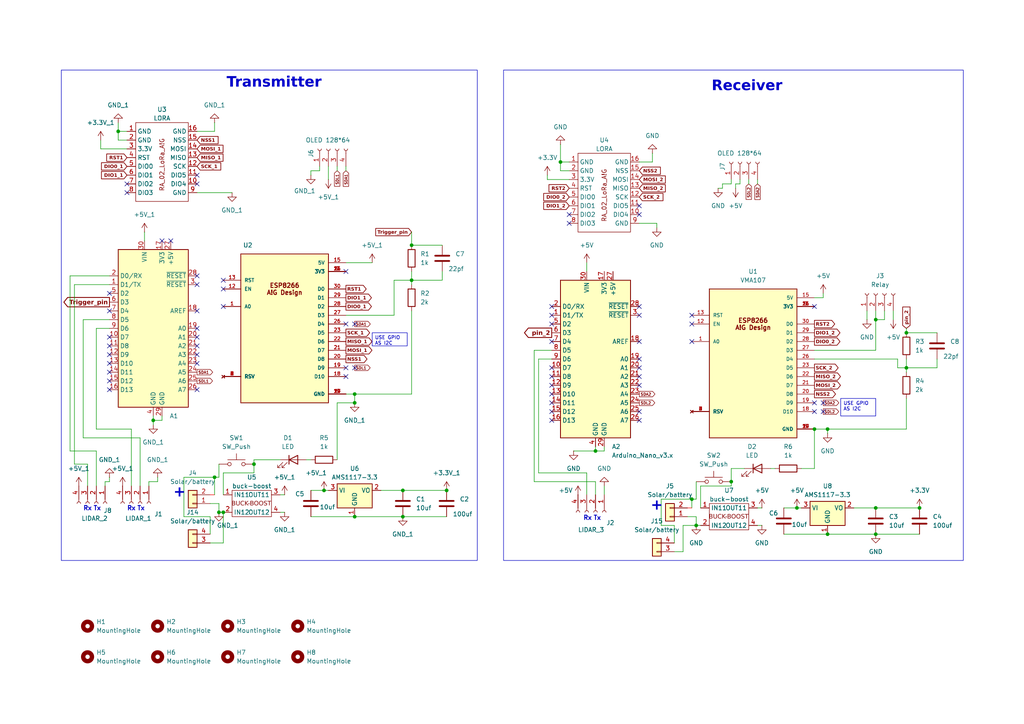
<source format=kicad_sch>
(kicad_sch (version 20231120) (generator "eeschema") (generator_version "8.0")
  (paper "A4")
  (title_block (title "LoRa_prototype") (date "2025-01-09"))
  (junction (at 254 147.32))
  (junction (at 34.29 38.1))
  (junction (at 240.03 154.94))
  (junction (at 212.09 139.7))
  (junction (at 116.84 142.24))
  (junction (at 93.98 142.24))
  (junction (at 119.38 71.12))
  (junction (at 102.87 114.3))
  (junction (at 162.56 46.99))
  (junction (at 262.89 96.52))
  (junction (at 129.54 142.24))
  (junction (at 62.23 138.43))
  (junction (at 254 92.71))
  (junction (at 236.22 124.46))
  (junction (at 240.03 124.46))
  (junction (at 44.45 121.92))
  (junction (at 201.93 152.4))
  (junction (at 262.89 106.68))
  (junction (at 63.5 148.59))
  (junction (at 116.84 149.86))
  (junction (at 64.77 148.59))
  (junction (at 266.7 147.32))
  (junction (at 254 154.94))
  (junction (at 119.38 81.28))
  (junction (at 102.87 116.84))
  (junction (at 231.14 147.32))
  (junction (at 200.66 144.78))
  (junction (at 73.66 134.62))
  (junction (at 172.72 130.81))
  (junction (at 102.87 149.86))
  (no_connect (at 49.53 69.85))
  (no_connect (at 185.42 109.22))
  (no_connect (at 185.42 119.38))
  (no_connect (at 185.42 59.69))
  (no_connect (at 102.87 106.68))
  (no_connect (at 31.75 102.87))
  (no_connect (at 160.02 91.44))
  (no_connect (at 31.75 113.03))
  (no_connect (at 31.75 90.17))
  (no_connect (at 160.02 106.68))
  (no_connect (at 57.15 100.33))
  (no_connect (at 160.02 88.9))
  (no_connect (at 160.02 119.38))
  (no_connect (at 100.33 109.22))
  (no_connect (at 64.77 88.9))
  (no_connect (at 160.02 116.84))
  (no_connect (at 31.75 107.95))
  (no_connect (at 57.15 90.17))
  (no_connect (at 185.42 62.23))
  (no_connect (at 57.15 50.8))
  (no_connect (at 31.75 110.49))
  (no_connect (at 100.33 93.98))
  (no_connect (at 57.15 80.01))
  (no_connect (at 160.02 109.22))
  (no_connect (at 185.42 106.68))
  (no_connect (at 57.15 53.34))
  (no_connect (at 100.33 106.68))
  (no_connect (at 57.15 105.41))
  (no_connect (at 160.02 111.76))
  (no_connect (at 185.42 99.06))
  (no_connect (at 200.66 93.98))
  (no_connect (at 185.42 88.9))
  (no_connect (at 57.15 82.55))
  (no_connect (at 57.15 97.79))
  (no_connect (at 160.02 99.06))
  (no_connect (at 200.66 91.44))
  (no_connect (at 102.87 93.98))
  (no_connect (at 36.83 55.88))
  (no_connect (at 31.75 97.79))
  (no_connect (at 165.1 64.77))
  (no_connect (at 31.75 100.33))
  (no_connect (at 185.42 104.14))
  (no_connect (at 160.02 93.98))
  (no_connect (at 57.15 113.03))
  (no_connect (at 160.02 114.3))
  (no_connect (at 200.66 99.06))
  (no_connect (at 57.15 102.87))
  (no_connect (at 64.77 83.82))
  (no_connect (at 238.76 119.38))
  (no_connect (at 31.75 85.09))
  (no_connect (at 57.15 95.25))
  (no_connect (at 238.76 116.84))
  (no_connect (at 185.42 91.44))
  (no_connect (at 236.22 119.38))
  (no_connect (at 160.02 121.92))
  (no_connect (at 46.99 69.85))
  (no_connect (at 100.33 78.74))
  (no_connect (at 236.22 88.9))
  (no_connect (at 185.42 121.92))
  (no_connect (at 36.83 53.34))
  (no_connect (at 236.22 116.84))
  (no_connect (at 185.42 111.76))
  (no_connect (at 64.77 81.28))
  (no_connect (at 165.1 62.23))
  (no_connect (at 31.75 105.41))
  (wire (pts (xy 262.89 115.57) (xy 262.89 124.46)))
  (wire (pts (xy 213.36 53.34) (xy 214.63 53.34)))
  (wire (pts (xy 172.72 130.81) (xy 172.72 129.54)))
  (wire (pts (xy 60.96 149.86) (xy 53.34 149.86)))
  (wire (pts (xy 175.26 130.81) (xy 172.72 130.81)))
  (wire (pts (xy 236.22 101.6) (xy 254 101.6)))
  (wire (pts (xy 238.76 86.36) (xy 238.76 85.09)))
  (wire (pts (xy 240.03 125.73) (xy 240.03 124.46)))
  (wire (pts (xy 43.18 139.7) (xy 45.72 139.7)))
  (wire (pts (xy 262.89 96.52) (xy 271.78 96.52)))
  (wire (pts (xy 90.17 49.53) (xy 90.17 50.8)))
  (wire (pts (xy 189.23 46.99) (xy 189.23 44.45)))
  (wire (pts (xy 63.5 134.62) (xy 63.5 138.43)))
  (wire (pts (xy 46.99 120.65) (xy 46.99 121.92)))
  (wire (pts (xy 170.18 143.51) (xy 170.18 137.16)))
  (wire (pts (xy 175.26 140.97) (xy 175.26 143.51)))
  (wire (pts (xy 100.33 48.26) (xy 100.33 49.53)))
  (wire (pts (xy 60.96 146.05) (xy 63.5 146.05)))
  (wire (pts (xy 259.08 90.17) (xy 259.08 92.71)))
  (wire (pts (xy 81.28 143.51) (xy 82.55 143.51)))
  (wire (pts (xy 256.54 90.17) (xy 256.54 92.71)))
  (wire (pts (xy 166.37 130.81) (xy 172.72 130.81)))
  (wire (pts (xy 219.71 152.4) (xy 220.98 152.4)))
  (wire (pts (xy 170.18 76.2) (xy 170.18 78.74)))
  (wire (pts (xy 128.27 81.28) (xy 128.27 78.74)))
  (wire (pts (xy 162.56 49.53) (xy 165.1 49.53)))
  (wire (pts (xy 260.35 104.14) (xy 260.35 106.68)))
  (wire (pts (xy 165.1 52.07) (xy 158.75 52.07)))
  (wire (pts (xy 60.96 143.51) (xy 62.23 143.51)) (stroke (width 0) (color 247 0 0 1)))
  (wire (pts (xy 64.77 137.16) (xy 73.66 137.16)))
  (wire (pts (xy 247.65 147.32) (xy 254 147.32)))
  (wire (pts (xy 63.5 138.43) (xy 62.23 138.43)))
  (wire (pts (xy 30.48 140.97) (xy 30.48 139.7)))
  (wire (pts (xy 201.93 152.4) (xy 203.2 152.4)))
  (wire (pts (xy 81.28 133.35) (xy 73.66 133.35)))
  (wire (pts (xy 262.89 95.25) (xy 262.89 96.52)))
  (wire (pts (xy 191.77 152.4) (xy 191.77 144.78)))
  (wire (pts (xy 81.28 148.59) (xy 82.55 148.59)))
  (wire (pts (xy 64.77 157.48) (xy 64.77 148.59)))
  (wire (pts (xy 93.98 142.24) (xy 95.25 142.24)))
  (wire (pts (xy 190.5 64.77) (xy 190.5 66.04)))
  (wire (pts (xy 251.46 90.17) (xy 251.46 92.71)))
  (wire (pts (xy 34.29 40.64) (xy 34.29 38.1)))
  (wire (pts (xy 53.34 149.86) (xy 53.34 138.43)))
  (wire (pts (xy 154.94 101.6) (xy 160.02 101.6)))
  (wire (pts (xy 92.71 48.26) (xy 92.71 49.53)))
  (wire (pts (xy 240.03 154.94) (xy 254 154.94)))
  (wire (pts (xy 185.42 64.77) (xy 190.5 64.77)))
  (wire (pts (xy 154.94 139.7) (xy 154.94 101.6)))
  (wire (pts (xy 217.17 52.07) (xy 217.17 53.34)))
  (wire (pts (xy 30.48 139.7) (xy 31.75 139.7)))
  (wire (pts (xy 27.94 124.46) (xy 27.94 95.25)))
  (wire (pts (xy 254 92.71) (xy 254 90.17)))
  (wire (pts (xy 20.32 80.01) (xy 31.75 80.01)))
  (wire (pts (xy 110.49 142.24) (xy 116.84 142.24)))
  (wire (pts (xy 262.89 106.68) (xy 271.78 106.68)))
  (wire (pts (xy 212.09 53.34) (xy 209.55 53.34)))
  (wire (pts (xy 158.75 52.07) (xy 158.75 50.8)))
  (wire (pts (xy 162.56 46.99) (xy 162.56 49.53)))
  (wire (pts (xy 203.2 140.97) (xy 203.2 147.32)))
  (wire (pts (xy 156.21 104.14) (xy 160.02 104.14)))
  (wire (pts (xy 63.5 148.59) (xy 64.77 148.59)))
  (wire (pts (xy 175.26 129.54) (xy 175.26 130.81)))
  (wire (pts (xy 203.2 140.97) (xy 212.09 140.97)))
  (wire (pts (xy 116.84 149.86) (xy 129.54 149.86)))
  (wire (pts (xy 201.93 149.86) (xy 201.93 152.4)))
  (wire (pts (xy 24.13 92.71) (xy 24.13 127)))
  (wire (pts (xy 254 154.94) (xy 266.7 154.94)))
  (wire (pts (xy 97.79 48.26) (xy 97.79 49.53)))
  (wire (pts (xy 62.23 138.43) (xy 62.23 143.51)))
  (wire (pts (xy 119.38 67.31) (xy 119.38 71.12)))
  (wire (pts (xy 201.93 139.7) (xy 201.93 144.78)))
  (wire (pts (xy 198.12 160.02) (xy 198.12 152.4)))
  (wire (pts (xy 236.22 135.89) (xy 236.22 124.46)))
  (wire (pts (xy 102.87 114.3) (xy 100.33 114.3)))
  (wire (pts (xy 214.63 53.34) (xy 214.63 52.07)))
  (wire (pts (xy 27.94 130.81) (xy 27.94 140.97)))
  (wire (pts (xy 31.75 82.55) (xy 21.59 82.55)))
  (wire (pts (xy 170.18 137.16) (xy 156.21 137.16)))
  (wire (pts (xy 212.09 52.07) (xy 212.09 53.34)))
  (wire (pts (xy 212.09 135.89) (xy 212.09 139.7)))
  (wire (pts (xy 227.33 154.94) (xy 240.03 154.94)))
  (wire (pts (xy 260.35 106.68) (xy 262.89 106.68)))
  (wire (pts (xy 36.83 40.64) (xy 34.29 40.64)))
  (wire (pts (xy 100.33 76.2) (xy 107.95 76.2)))
  (wire (pts (xy 63.5 146.05) (xy 63.5 148.59)))
  (wire (pts (xy 114.3 91.44) (xy 114.3 81.28)))
  (wire (pts (xy 88.9 133.35) (xy 90.17 133.35)))
  (wire (pts (xy 53.34 138.43) (xy 62.23 138.43)))
  (wire (pts (xy 185.42 46.99) (xy 189.23 46.99)))
  (wire (pts (xy 41.91 67.31) (xy 41.91 69.85)))
  (wire (pts (xy 254 147.32) (xy 266.7 147.32)))
  (wire (pts (xy 100.33 91.44) (xy 114.3 91.44)))
  (wire (pts (xy 36.83 38.1) (xy 34.29 38.1)))
  (wire (pts (xy 215.9 135.89) (xy 212.09 135.89)))
  (wire (pts (xy 57.15 55.88) (xy 67.31 55.88)))
  (wire (pts (xy 262.89 104.14) (xy 262.89 106.68)))
  (wire (pts (xy 27.94 95.25) (xy 31.75 95.25)))
  (wire (pts (xy 64.77 143.51) (xy 64.77 137.16)))
  (wire (pts (xy 199.39 147.32) (xy 200.66 147.32)) (stroke (width 0) (color 247 0 0 1)))
  (wire (pts (xy 90.17 149.86) (xy 102.87 149.86)))
  (wire (pts (xy 154.94 139.7) (xy 172.72 139.7)))
  (wire (pts (xy 227.33 147.32) (xy 231.14 147.32)))
  (wire (pts (xy 223.52 135.89) (xy 224.79 135.89)))
  (wire (pts (xy 38.1 140.97) (xy 38.1 124.46)))
  (wire (pts (xy 31.75 92.71) (xy 24.13 92.71)))
  (wire (pts (xy 219.71 52.07) (xy 219.71 53.34)))
  (wire (pts (xy 46.99 121.92) (xy 44.45 121.92)))
  (wire (pts (xy 209.55 53.34) (xy 209.55 54.61)))
  (wire (pts (xy 201.93 144.78) (xy 200.66 144.78)))
  (wire (pts (xy 254 101.6) (xy 254 92.71)))
  (wire (pts (xy 36.83 43.18) (xy 29.21 43.18)))
  (wire (pts (xy 195.58 157.48) (xy 195.58 152.4)))
  (wire (pts (xy 21.59 134.62) (xy 25.4 134.62)))
  (wire (pts (xy 195.58 160.02) (xy 198.12 160.02)))
  (wire (pts (xy 44.45 120.65) (xy 44.45 121.92)))
  (wire (pts (xy 119.38 81.28) (xy 119.38 82.55)))
  (wire (pts (xy 43.18 140.97) (xy 43.18 139.7)))
  (wire (pts (xy 92.71 49.53) (xy 90.17 49.53)))
  (wire (pts (xy 102.87 149.86) (xy 116.84 149.86)))
  (wire (pts (xy 119.38 78.74) (xy 119.38 81.28)))
  (wire (pts (xy 57.15 38.1) (xy 62.23 38.1)))
  (wire (pts (xy 172.72 139.7) (xy 172.72 143.51)))
  (wire (pts (xy 20.32 80.01) (xy 20.32 130.81)))
  (wire (pts (xy 60.96 157.48) (xy 64.77 157.48)))
  (wire (pts (xy 219.71 147.32) (xy 220.98 147.32)))
  (wire (pts (xy 240.03 124.46) (xy 236.22 124.46)))
  (wire (pts (xy 102.87 116.84) (xy 102.87 114.3)))
  (wire (pts (xy 232.41 135.89) (xy 236.22 135.89)))
  (wire (pts (xy 25.4 134.62) (xy 25.4 140.97)))
  (wire (pts (xy 44.45 121.92) (xy 44.45 123.19)))
  (wire (pts (xy 200.66 144.78) (xy 200.66 147.32)))
  (wire (pts (xy 62.23 38.1) (xy 62.23 35.56)))
  (wire (pts (xy 20.32 130.81) (xy 27.94 130.81)))
  (wire (pts (xy 116.84 142.24) (xy 129.54 142.24)))
  (wire (pts (xy 213.36 54.61) (xy 213.36 53.34)))
  (wire (pts (xy 162.56 41.91) (xy 162.56 46.99)))
  (wire (pts (xy 119.38 114.3) (xy 102.87 114.3)))
  (wire (pts (xy 34.29 38.1) (xy 34.29 35.56)))
  (wire (pts (xy 40.64 127) (xy 40.64 140.97)))
  (wire (pts (xy 97.79 133.35) (xy 97.79 116.84)))
  (wire (pts (xy 45.72 139.7) (xy 45.72 138.43)))
  (wire (pts (xy 209.55 54.61) (xy 208.28 54.61)))
  (wire (pts (xy 195.58 152.4) (xy 191.77 152.4)))
  (wire (pts (xy 236.22 86.36) (xy 238.76 86.36)))
  (wire (pts (xy 73.66 137.16) (xy 73.66 134.62)))
  (wire (pts (xy 162.56 46.99) (xy 165.1 46.99)))
  (wire (pts (xy 262.89 106.68) (xy 262.89 107.95)))
  (wire (pts (xy 191.77 144.78) (xy 200.66 144.78)))
  (wire (pts (xy 198.12 152.4) (xy 201.93 152.4)))
  (wire (pts (xy 231.14 147.32) (xy 232.41 147.32)))
  (wire (pts (xy 21.59 82.55) (xy 21.59 134.62)))
  (wire (pts (xy 262.89 124.46) (xy 240.03 124.46)))
  (wire (pts (xy 60.96 154.94) (xy 60.96 149.86)))
  (wire (pts (xy 29.21 43.18) (xy 29.21 40.64)))
  (wire (pts (xy 236.22 104.14) (xy 260.35 104.14)))
  (wire (pts (xy 119.38 90.17) (xy 119.38 114.3)))
  (wire (pts (xy 38.1 124.46) (xy 27.94 124.46)))
  (wire (pts (xy 119.38 71.12) (xy 128.27 71.12)))
  (wire (pts (xy 114.3 81.28) (xy 119.38 81.28)))
  (wire (pts (xy 256.54 92.71) (xy 254 92.71)))
  (wire (pts (xy 73.66 133.35) (xy 73.66 134.62)))
  (wire (pts (xy 95.25 48.26) (xy 95.25 52.07)))
  (wire (pts (xy 119.38 81.28) (xy 128.27 81.28)))
  (wire (pts (xy 90.17 142.24) (xy 93.98 142.24)))
  (wire (pts (xy 97.79 116.84) (xy 102.87 116.84)))
  (wire (pts (xy 31.75 139.7) (xy 31.75 138.43)))
  (wire (pts (xy 24.13 127) (xy 40.64 127)))
  (wire (pts (xy 199.39 149.86) (xy 201.93 149.86)))
  (wire (pts (xy 271.78 106.68) (xy 271.78 104.14)))
  (wire (pts (xy 212.09 139.7) (xy 212.09 140.97)))
  (wire (pts (xy 156.21 137.16) (xy 156.21 104.14)))
  (rectangle (start 146.05 20.32) (end 279.4 162.56))
  (rectangle (start 17.78 20.32) (end 138.43 162.56))
  (text_box "USE GPIO AS I2C\n" (at 107.95 96.52 0) (size 10.16 3.81) (effects (font (size 1 1)) (justify left top)))
  (text_box "USE GPIO AS I2C\n" (at 243.84 115.57 0) (size 10.16 5.08) (effects (font (size 1 1)) (justify left top)))
  (text "Rx" (at 170.434 150.368 0) (effects (font (size 1.27 1.27) (bold yes))))
  (text "Tx" (at 28.194 147.574 0) (effects (font (size 1.27 1.27) (bold yes))))
  (text "Transmitter" (at 79.502 24.892 0) (effects (font (size 3 3) (thickness 0.254) (bold yes))))
  (text "Rx" (at 38.1 147.574 0) (effects (font (size 1.27 1.27) (bold yes))))
  (text "+" (at 190.5 147.574 0) (effects (font (size 3 3) (bold yes))))
  (text "Tx" (at 40.894 147.574 0) (effects (font (size 1.27 1.27) (bold yes))))
  (text "Rx" (at 25.4 147.574 0) (effects (font (size 1.27 1.27) (bold yes))))
  (text "+" (at 52.07 143.764 0) (effects (font (size 3 3) (bold yes))))
  (text "Tx" (at 173.228 150.368 0) (effects (font (size 1.27 1.27) (bold yes))))
  (text "Receiver\n" (at 216.662 25.908 0) (effects (font (size 3 3) (thickness 0.254) (bold yes))))
  (global_label "SDL1" (shape output) (at 57.15 110.49 0) (effects (font (size 0.8 0.8))) (property "Intersheetrefs" "${INTERSHEET_REFS}" (effects (hide yes))))
  (global_label "Trigger_pin" (shape input) (at 119.38 67.31 180) (effects (font (size 1 1) (bold yes))) (property "Intersheetrefs" "${INTERSHEET_REFS}" (effects (hide yes))))
  (global_label "NSS2" (shape output) (at 236.22 114.3 0) (effects (font (size 1 1) (bold yes))) (property "Intersheetrefs" "${INTERSHEET_REFS}" (effects (hide yes))))
  (global_label "RST1" (shape output) (at 100.33 83.82 0) (effects (font (size 1 1) (bold yes))) (property "Intersheetrefs" "${INTERSHEET_REFS}" (effects (hide yes))))
  (global_label "SCK_2" (shape input) (at 185.42 57.15 0) (effects (font (size 1 1) (bold yes))) (property "Intersheetrefs" "${INTERSHEET_REFS}" (effects (hide yes))))
  (global_label "SDA1" (shape output) (at 102.87 93.98 0) (effects (font (size 0.8 0.8))) (property "Intersheetrefs" "${INTERSHEET_REFS}" (effects (hide yes))))
  (global_label "MISO_1" (shape input) (at 57.15 45.72 0) (effects (font (size 1 1) (bold yes))) (property "Intersheetrefs" "${INTERSHEET_REFS}" (effects (hide yes))))
  (global_label "SDA2" (shape input) (at 219.71 53.34 270) (effects (font (size 0.8 0.8))) (property "Intersheetrefs" "${INTERSHEET_REFS}" (effects (hide yes))))
  (global_label "pin_2" (shape output) (at 160.02 96.52 180) (effects (font (bold yes))) (property "Intersheetrefs" "${INTERSHEET_REFS}" (effects (hide yes))))
  (global_label "SDL2" (shape output) (at 185.42 116.84 0) (effects (font (size 0.8 0.8))) (property "Intersheetrefs" "${INTERSHEET_REFS}" (effects (hide yes))))
  (global_label "DIO0_2" (shape input) (at 165.1 57.15 180) (effects (font (size 1 1) (bold yes))) (property "Intersheetrefs" "${INTERSHEET_REFS}" (effects (hide yes))))
  (global_label "pin_2" (shape input) (at 262.89 95.25 90) (effects (font (size 1 1) (bold yes))) (property "Intersheetrefs" "${INTERSHEET_REFS}" (effects (hide yes))))
  (global_label "MOSI_2" (shape output) (at 236.22 111.76 0) (effects (font (size 1 1) (bold yes))) (property "Intersheetrefs" "${INTERSHEET_REFS}" (effects (hide yes))))
  (global_label "SDA2" (shape output) (at 185.42 114.3 0) (effects (font (size 0.8 0.8))) (property "Intersheetrefs" "${INTERSHEET_REFS}" (effects (hide yes))))
  (global_label "DIO0_2" (shape output) (at 236.22 99.06 0) (effects (font (size 1 1) (bold yes))) (property "Intersheetrefs" "${INTERSHEET_REFS}" (effects (hide yes))))
  (global_label "RST2" (shape input) (at 165.1 54.61 180) (effects (font (size 1 1) (bold yes))) (property "Intersheetrefs" "${INTERSHEET_REFS}" (effects (hide yes))))
  (global_label "NSS1" (shape output) (at 100.33 104.14 0) (effects (font (size 1 1) (bold yes))) (property "Intersheetrefs" "${INTERSHEET_REFS}" (effects (hide yes))))
  (global_label "SDL1" (shape input) (at 97.79 49.53 270) (effects (font (size 0.8 0.8))) (property "Intersheetrefs" "${INTERSHEET_REFS}" (effects (hide yes))))
  (global_label "SDA2" (shape output) (at 238.76 116.84 0) (effects (font (size 0.8 0.8))) (property "Intersheetrefs" "${INTERSHEET_REFS}" (effects (hide yes))))
  (global_label "MISO_1" (shape output) (at 100.33 99.06 0) (effects (font (size 1 1) (bold yes))) (property "Intersheetrefs" "${INTERSHEET_REFS}" (effects (hide yes))))
  (global_label "MOSI_1" (shape output) (at 100.33 101.6 0) (effects (font (size 1 1) (bold yes))) (property "Intersheetrefs" "${INTERSHEET_REFS}" (effects (hide yes))))
  (global_label "DIO1_1" (shape output) (at 100.33 86.36 0) (effects (font (size 1 1) (bold yes))) (property "Intersheetrefs" "${INTERSHEET_REFS}" (effects (hide yes))))
  (global_label "SDL2" (shape output) (at 238.76 119.38 0) (effects (font (size 0.8 0.8))) (property "Intersheetrefs" "${INTERSHEET_REFS}" (effects (hide yes))))
  (global_label "Trigger_pin" (shape output) (at 31.75 87.63 180) (effects (font (bold yes))) (property "Intersheetrefs" "${INTERSHEET_REFS}" (effects (hide yes))))
  (global_label "RST2" (shape output) (at 236.22 93.98 0) (effects (font (size 1 1) (bold yes))) (property "Intersheetrefs" "${INTERSHEET_REFS}" (effects (hide yes))))
  (global_label "SDA1" (shape output) (at 57.15 107.95 0) (effects (font (size 0.8 0.8))) (property "Intersheetrefs" "${INTERSHEET_REFS}" (effects (hide yes))))
  (global_label "DIO1_2" (shape input) (at 165.1 59.69 180) (effects (font (size 1 1) (bold yes))) (property "Intersheetrefs" "${INTERSHEET_REFS}" (effects (hide yes))))
  (global_label "SCK_1" (shape input) (at 57.15 48.26 0) (effects (font (size 1 1) (bold yes))) (property "Intersheetrefs" "${INTERSHEET_REFS}" (effects (hide yes))))
  (global_label "MISO_2" (shape output) (at 236.22 109.22 0) (effects (font (size 1 1) (bold yes))) (property "Intersheetrefs" "${INTERSHEET_REFS}" (effects (hide yes))))
  (global_label "SCK_1" (shape output) (at 100.33 96.52 0) (effects (font (size 1 1) (bold yes))) (property "Intersheetrefs" "${INTERSHEET_REFS}" (effects (hide yes))))
  (global_label "NSS2" (shape input) (at 185.42 49.53 0) (effects (font (size 1 1) (bold yes))) (property "Intersheetrefs" "${INTERSHEET_REFS}" (effects (hide yes))))
  (global_label "RST1" (shape input) (at 36.83 45.72 180) (effects (font (size 1 1) (bold yes))) (property "Intersheetrefs" "${INTERSHEET_REFS}" (effects (hide yes))))
  (global_label "DIO0_1" (shape input) (at 36.83 48.26 180) (effects (font (size 1 1) (bold yes))) (property "Intersheetrefs" "${INTERSHEET_REFS}" (effects (hide yes))))
  (global_label "DIO1_1" (shape input) (at 36.83 50.8 180) (effects (font (size 1 1) (bold yes))) (property "Intersheetrefs" "${INTERSHEET_REFS}" (effects (hide yes))))
  (global_label "MISO_2" (shape input) (at 185.42 54.61 0) (effects (font (size 1 1) (bold yes))) (property "Intersheetrefs" "${INTERSHEET_REFS}" (effects (hide yes))))
  (global_label "DIO1_2" (shape output) (at 236.22 96.52 0) (effects (font (size 1 1) (bold yes))) (property "Intersheetrefs" "${INTERSHEET_REFS}" (effects (hide yes))))
  (global_label "SDL1" (shape output) (at 102.87 106.68 0) (effects (font (size 0.8 0.8))) (property "Intersheetrefs" "${INTERSHEET_REFS}" (effects (hide yes))))
  (global_label "SDA1" (shape input) (at 100.33 49.53 270) (effects (font (size 0.8 0.8))) (property "Intersheetrefs" "${INTERSHEET_REFS}" (effects (hide yes))))
  (global_label "DIO0_1" (shape output) (at 100.33 88.9 0) (effects (font (size 1 1) (bold yes))) (property "Intersheetrefs" "${INTERSHEET_REFS}" (effects (hide yes))))
  (global_label "SDL2" (shape input) (at 217.17 53.34 270) (effects (font (size 0.8 0.8))) (property "Intersheetrefs" "${INTERSHEET_REFS}" (effects (hide yes))))
  (global_label "MOSI_1" (shape input) (at 57.15 43.18 0) (effects (font (size 1 1) (bold yes))) (property "Intersheetrefs" "${INTERSHEET_REFS}" (effects (hide yes))))
  (global_label "NSS1" (shape input) (at 57.15 40.64 0) (effects (font (size 1 1) (bold yes))) (property "Intersheetrefs" "${INTERSHEET_REFS}" (effects (hide yes))))
  (global_label "MOSI_2" (shape input) (at 185.42 52.07 0) (effects (font (size 1 1) (bold yes))) (property "Intersheetrefs" "${INTERSHEET_REFS}" (effects (hide yes))))
  (global_label "SCK_2" (shape output) (at 236.22 106.68 0) (effects (font (size 1 1) (bold yes))) (property "Intersheetrefs" "${INTERSHEET_REFS}" (effects (hide yes))))
  (symbol (lib_id "power:+5V") (at 93.98 142.24 0) (unit 1)
    (property "Reference" "#PWR03" (effects (hide yes)))
    (property "Value" "+5V_1" (at 91.694 137.16 0))
    (property "Description" "Power symbol creates a global label with name \"+5V\"" (effects (hide yes)))
  )
  (symbol (lib_id "Regulator_Linear:AMS1117-3.3") (at 240.03 147.32 0) (unit 1)
    (property "Reference" "U8" (at 240.03 140.97 0))
    (property "Value" "AMS1117-3.3" (at 240.03 143.51 0))
    (property "Footprint" "Package_TO_SOT_SMD:SOT-223-3_TabPin2" (effects (hide yes)))
    (property "Datasheet" "http://www.advanced-monolithic.com/pdf/ds1117.pdf" (effects (hide yes)))
    (property "Description" "1A Low Dropout regulator, positive, 3.3V fixed output, SOT-223" (effects (hide yes)))
  )
  (symbol (lib_id "Device:R") (at 119.38 74.93 0) (unit 1)
    (property "Reference" "R1" (at 121.92 73.6599 0) (effects (justify left)))
    (property "Value" "1k" (at 121.92 76.1999 0) (effects (justify left)))
    (property "Footprint" "Resistor_SMD:R_1206_3216Metric" (effects (hide yes)))
    (property "Description" "Resistor" (effects (hide yes)))
  )
  (symbol (lib_id "Device:C") (at 271.78 100.33 0) (unit 1)
    (property "Reference" "C8" (at 275.59 99.0599 0) (effects (justify left)))
    (property "Value" "22pf" (at 273.558 103.378 0) (effects (justify left)))
    (property "Footprint" "Capacitor_SMD:C_1206_3216Metric_Pad1.33x1.80mm_HandSolder" (effects (hide yes)))
    (property "Description" "Unpolarized capacitor" (effects (hide yes)))
  )
  (symbol (lib_id "Device:C") (at 90.17 146.05 0) (unit 1)
    (property "Reference" "C5" (at 85.598 143.256 0) (effects (justify left)))
    (property "Value" "10uf" (at 92.71 147.066 0) (effects (justify left)))
    (property "Footprint" "Capacitor_SMD:C_1206_3216Metric_Pad1.33x1.80mm_HandSolder" (effects (hide yes)))
    (property "Description" "Unpolarized capacitor" (effects (hide yes)))
  )
  (symbol (lib_id "power:GND") (at 220.98 152.4 0) (unit 1)
    (property "Reference" "#PWR010" (effects (hide yes)))
    (property "Value" "GND" (at 220.98 157.48 0))
    (property "Description" "Power symbol creates a global label with name \"GND\" , ground" (effects (hide yes)))
  )
  (symbol (lib_id "power:GND") (at 208.28 54.61 0) (unit 1)
    (property "Reference" "#PWR036" (effects (hide yes)))
    (property "Value" "GND" (at 208.28 59.69 0))
  )
  (symbol (lib_id "power:GND") (at 102.87 116.84 0) (unit 1)
    (property "Reference" "#PWR023" (effects (hide yes)))
    (property "Value" "GND_1" (at 102.87 121.92 0))
    (property "Description" "Power symbol creates a global label with name \"GND\" , ground" (effects (hide yes)))
  )
  (symbol (lib_id "Mechanical:MountingHole") (at 25.4 190.5 0) (unit 1) (exclude_from_sim yes) (in_bom no)
    (property "Reference" "H5" (at 27.94 189.2299 0) (effects (justify left)))
    (property "Value" "MountingHole" (at 27.94 191.7699 0) (effects (justify left)))
    (property "Footprint" "MountingHole:MountingHole_4mm_Pad_Via" (effects (hide yes)))
    (property "Description" "Mounting Hole without connection" (effects (hide yes)))
  )
  (symbol (lib_id "Connector:Conn_01x04_Socket") (at 254 85.09 90) (unit 1)
    (property "Reference" "J3" (at 255.27 80.01 90))
    (property "Value" "Relay" (at 255.27 82.55 90))
    (property "Footprint" "Connector_PinHeader_2.54mm:PinHeader_1x04_P2.54mm_Vertical" (effects (hide yes)))
    (property "Description" "Generic connector, single row, 01x04, script generated" (effects (hide yes)))
  )
  (symbol (lib_id "power:GND") (at 190.5 66.04 0) (unit 1)
    (property "Reference" "#PWR030" (effects (hide yes)))
    (property "Value" "GND" (at 190.5 71.12 0))
    (property "Description" "Power symbol creates a global label with name \"GND\" , ground" (effects (hide yes)))
  )
  (symbol (lib_id "power:GND") (at 63.5 148.59 0) (unit 1)
    (property "Reference" "#PWR05" (effects (hide yes)))
    (property "Value" "GND_1" (at 66.04 152.4 0))
    (property "Description" "Power symbol creates a global label with name \"GND\" , ground" (effects (hide yes)))
  )
  (symbol (lib_id "Mechanical:MountingHole") (at 86.36 181.61 0) (unit 1) (exclude_from_sim yes) (in_bom no)
    (property "Reference" "H4" (at 88.9 180.3399 0) (effects (justify left)))
    (property "Value" "MountingHole" (at 88.9 182.8799 0) (effects (justify left)))
    (property "Footprint" "MountingHole:MountingHole_4mm_Pad_Via" (effects (hide yes)))
    (property "Description" "Mounting Hole without connection" (effects (hide yes)))
  )
  (symbol (lib_id "Device:R") (at 262.89 100.33 0) (unit 1)
    (property "Reference" "R3" (at 265.43 99.0599 0) (effects (justify left)))
    (property "Value" "1k" (at 265.43 101.5999 0) (effects (justify left)))
    (property "Footprint" "Resistor_SMD:R_1206_3216Metric" (effects (hide yes)))
    (property "Description" "Resistor" (effects (hide yes)))
  )
  (symbol (lib_id "power:+5V") (at 107.95 76.2 0) (unit 1)
    (property "Reference" "#PWR016" (effects (hide yes)))
    (property "Value" "+5V_1" (at 107.95 71.12 0))
    (property "Description" "Power symbol creates a global label with name \"+5V\"" (effects (hide yes)))
  )
  (symbol (lib_id "RA_02_LoRa:RA_02_LoRa") (at 172.72 44.45 0) (unit 1)
    (property "Reference" "U4" (at 175.26 40.64 0))
    (property "Value" "LORA" (at 175.26 43.18 0))
    (property "Footprint" "RA_02_LoRa:RA_02_LoRa" (effects (hide yes)))
  )
  (symbol (lib_id "Switch:SW_Push") (at 207.01 139.7 0) (unit 1)
    (property "Reference" "SW2" (at 207.01 132.08 0))
    (property "Value" "SW_Push" (at 207.01 134.62 0))
    (property "Footprint" "Button_Switch_THT:SW_DIP_SPSTx01_Slide_9.78x4.72mm_W7.62mm_P2.54mm" (effects (hide yes)))
    (property "Description" "Push button switch, generic, two pins" (effects (hide yes)))
  )
  (symbol (lib_id "ESP8266_Module:VMA107") (at 82.55 93.98 0) (unit 1)
    (property "Reference" "U2" (at 71.882 71.12 0))
    (property "Value" "VMA107" (effects (hide yes)))
    (property "Footprint" "ESP8266_Module:MODULE_VMA107" (effects (hide yes)))
    (property "Description" "\nNodeMCU V2 Lua Based ESP8266 Development Board\n" (effects (hide yes)))
    (property "MF" "Velleman" (effects (hide yes)))
    (property "Package" "None" (effects (hide yes)))
    (property "Price" "None" (effects (hide yes)))
    (property "Check_prices" "https://www.snapeda.com/parts/VMA107/Velleman/view-part/?ref=eda" (effects (hide yes)))
    (property "STANDARD" "Manufacturer Recommendations" (effects (hide yes)))
    (property "PARTREV" "V. 02 - 08/05/2019" (effects (hide yes)))
    (property "SnapEDA_Link" "https://www.snapeda.com/parts/VMA107/Velleman/view-part/?ref=snap" (effects (hide yes)))
    (property "MP" "VMA107" (effects (hide yes)))
    (property "Availability" "Not in stock" (effects (hide yes)))
    (property "MANUFACTURER" "Velleman" (effects (hide yes)))
  )
  (symbol (lib_id "power:GND") (at 175.26 140.97 180) (unit 1)
    (property "Reference" "#PWR022" (effects (hide yes)))
    (property "Value" "GND" (at 175.26 135.89 0))
    (property "Description" "Power symbol creates a global label with name \"GND\" , ground" (effects (hide yes)))
  )
  (symbol (lib_id "Device:R") (at 119.38 86.36 0) (unit 1)
    (property "Reference" "R2" (at 121.92 85.0899 0) (effects (justify left)))
    (property "Value" "2k" (at 121.92 87.6299 0) (effects (justify left)))
    (property "Footprint" "Resistor_SMD:R_1206_3216Metric" (effects (hide yes)))
    (property "Description" "Resistor" (effects (hide yes)))
  )
  (symbol (lib_name "Conn_01x04_Socket_3") (lib_id "Connector:Conn_01x04_Socket") (at 27.94 146.05 270) (unit 1)
    (property "Reference" "J8" (at 31.242 148.082 90))
    (property "Value" "LIDAR_2" (at 27.432 150.368 90))
    (property "Footprint" "Connector_PinSocket_2.54mm:PinSocket_1x04_P2.54mm_Vertical" (effects (hide yes)))
    (property "Description" "Generic connector, single row, 01x04, script generated" (effects (hide yes)))
  )
  (symbol (lib_id "power:+5V") (at 167.64 143.51 0) (unit 1)
    (property "Reference" "#PWR021" (effects (hide yes)))
    (property "Value" "+5V" (at 164.084 142.24 0))
    (property "Description" "Power symbol creates a global label with name \"+5V\"" (effects (hide yes)))
  )
  (symbol (lib_id "power:+5V") (at 95.25 52.07 180) (unit 1)
    (property "Reference" "#PWR037" (effects (hide yes)))
    (property "Value" "+5V_1" (at 95.25 57.15 0))
    (property "Description" "Power symbol creates a global label with name \"+5V\"" (effects (hide yes)))
  )
  (symbol (lib_id "power:GND") (at 116.84 149.86 0) (unit 1)
    (property "Reference" "#PWR04" (effects (hide yes)))
    (property "Value" "GND_1" (at 116.84 154.94 0))
    (property "Description" "Power symbol creates a global label with name \"GND\" , ground" (effects (hide yes)))
  )
  (symbol (lib_id "Device:C") (at 129.54 146.05 0) (unit 1)
    (property "Reference" "C2" (at 133.35 144.7799 0) (effects (justify left)))
    (property "Value" "100uf" (at 131.318 149.098 0) (effects (justify left)))
    (property "Footprint" "Capacitor_SMD:C_1206_3216Metric_Pad1.33x1.80mm_HandSolder" (effects (hide yes)))
    (property "Description" "Unpolarized capacitor" (effects (hide yes)))
  )
  (symbol (lib_id "power:GND") (at 251.46 92.71 0) (unit 1)
    (property "Reference" "#PWR033" (effects (hide yes)))
    (property "Value" "GND" (at 251.46 97.79 0))
    (property "Description" "Power symbol creates a global label with name \"GND\" , ground" (effects (hide yes)))
  )
  (symbol (lib_id "Device:C") (at 266.7 151.13 0) (unit 1)
    (property "Reference" "C4" (at 270.51 149.8599 0) (effects (justify left)))
    (property "Value" "100uf" (at 270.51 152.3999 0) (effects (justify left)))
    (property "Footprint" "Capacitor_SMD:C_1206_3216Metric_Pad1.33x1.80mm_HandSolder" (effects (hide yes)))
    (property "Description" "Unpolarized capacitor" (effects (hide yes)))
  )
  (symbol (lib_id "power:+3.3V") (at 129.54 142.24 0) (unit 1)
    (property "Reference" "#PWR01" (effects (hide yes)))
    (property "Value" "+3.3V_1" (at 129.54 137.16 0))
    (property "Description" "Power symbol creates a global label with name \"+3.3V\"" (effects (hide yes)))
  )
  (symbol (lib_id "power:+3.3V") (at 266.7 147.32 0) (unit 1)
    (property "Reference" "#PWR012" (effects (hide yes)))
    (property "Value" "+3.3V" (at 266.7 142.24 0))
    (property "Description" "Power symbol creates a global label with name \"+3.3V\"" (effects (hide yes)))
  )
  (symbol (lib_id "BUCK_XL6009:BUCK_XL6009") (at 210.82 144.78 0) (unit 1)
    (property "Reference" "U7" (at 211.455 142.24 0))
    (property "Value" "buck-boost" (at 211.455 144.78 0))
    (property "Footprint" "BUCK_XL6009:BUCK_XL6009" (effects (hide yes)))
  )
  (symbol (lib_id "Device:R") (at 262.89 111.76 0) (unit 1)
    (property "Reference" "R4" (at 265.43 110.4899 0) (effects (justify left)))
    (property "Value" "2k" (at 265.43 113.0299 0) (effects (justify left)))
    (property "Footprint" "Resistor_SMD:R_1206_3216Metric" (effects (hide yes)))
    (property "Description" "Resistor" (effects (hide yes)))
  )
  (symbol (lib_id "power:GND") (at 67.31 55.88 0) (unit 1)
    (property "Reference" "#PWR025" (effects (hide yes)))
    (property "Value" "GND_1" (at 67.31 60.96 0))
    (property "Description" "Power symbol creates a global label with name \"GND\" , ground" (effects (hide yes)))
  )
  (symbol (lib_id "power:GND") (at 82.55 148.59 0) (unit 1)
    (property "Reference" "#PWR06" (effects (hide yes)))
    (property "Value" "GND_1" (at 82.55 153.67 0))
    (property "Description" "Power symbol creates a global label with name \"GND\" , ground" (effects (hide yes)))
  )
  (symbol (lib_id "power:+5V") (at 170.18 76.2 0) (unit 1)
    (property "Reference" "#PWR017" (effects (hide yes)))
    (property "Value" "+5V" (at 170.18 71.12 0))
    (property "Description" "Power symbol creates a global label with name \"+5V\"" (effects (hide yes)))
  )
  (symbol (lib_name "Conn_01x04_Socket_2") (lib_id "Connector:Conn_01x04_Socket") (at 172.72 148.59 270) (unit 1)
    (property "Reference" "J2" (at 177.038 151.638 90))
    (property "Value" "LIDAR_3" (at 171.45 153.67 90))
    (property "Footprint" "Connector_PinSocket_2.54mm:PinSocket_1x04_P2.54mm_Vertical" (effects (hide yes)))
    (property "Description" "Generic connector, single row, 01x04, script generated" (effects (hide yes)))
  )
  (symbol (lib_id "power:+3.3V") (at 158.75 50.8 0) (unit 1)
    (property "Reference" "#PWR014" (effects (hide yes)))
    (property "Value" "+3.3V" (at 158.75 45.72 0))
    (property "Description" "Power symbol creates a global label with name \"+3.3V\"" (effects (hide yes)))
  )
  (symbol (lib_id "Device:R") (at 228.6 135.89 90) (unit 1)
    (property "Reference" "R6" (at 228.6 129.54 90))
    (property "Value" "1k" (at 228.6 132.08 90))
    (property "Footprint" "Resistor_SMD:R_1206_3216Metric" (effects (hide yes)))
    (property "Description" "Resistor" (effects (hide yes)))
  )
  (symbol (lib_id "power:+5V") (at 259.08 92.71 180) (unit 1)
    (property "Reference" "#PWR034" (effects (hide yes)))
    (property "Value" "+5V" (at 259.08 97.79 0))
    (property "Description" "Power symbol creates a global label with name \"+5V\"" (effects (hide yes)))
  )
  (symbol (lib_id "power:GND") (at 240.03 125.73 0) (unit 1)
    (property "Reference" "#PWR032" (effects (hide yes)))
    (property "Value" "GND" (at 240.03 130.81 0))
    (property "Description" "Power symbol creates a global label with name \"GND\" , ground" (effects (hide yes)))
  )
  (symbol (lib_id "Switch:SW_Push") (at 68.58 134.62 0) (unit 1)
    (property "Reference" "SW1" (at 68.58 127 0))
    (property "Value" "SW_Push" (at 68.58 129.54 0))
    (property "Footprint" "Button_Switch_THT:SW_DIP_SPSTx01_Slide_9.78x4.72mm_W7.62mm_P2.54mm" (effects (hide yes)))
    (property "Description" "Push button switch, generic, two pins" (effects (hide yes)))
  )
  (symbol (lib_id "power:GND") (at 254 154.94 0) (unit 1)
    (property "Reference" "#PWR011" (effects (hide yes)))
    (property "Value" "GND" (at 254 160.02 0))
    (property "Description" "Power symbol creates a global label with name \"GND\" , ground" (effects (hide yes)))
  )
  (symbol (lib_id "Device:C") (at 128.27 74.93 0) (unit 1)
    (property "Reference" "C7" (at 132.08 73.6599 0) (effects (justify left)))
    (property "Value" "22pf" (at 130.048 77.978 0) (effects (justify left)))
    (property "Footprint" "Capacitor_SMD:C_1206_3216Metric_Pad1.33x1.80mm_HandSolder" (effects (hide yes)))
    (property "Description" "Unpolarized capacitor" (effects (hide yes)))
  )
  (symbol (lib_id "Mechanical:MountingHole") (at 86.36 190.5 0) (unit 1) (exclude_from_sim yes) (in_bom no)
    (property "Reference" "H8" (at 88.9 189.2299 0) (effects (justify left)))
    (property "Value" "MountingHole" (at 88.9 191.7699 0) (effects (justify left)))
    (property "Footprint" "MountingHole:MountingHole_4mm_Pad_Via" (effects (hide yes)))
    (property "Description" "Mounting Hole without connection" (effects (hide yes)))
  )
  (symbol (lib_id "Device:C") (at 116.84 146.05 0) (unit 1)
    (property "Reference" "C1" (at 120.65 144.7799 0) (effects (justify left)))
    (property "Value" "10uf" (at 120.65 147.3199 0) (effects (justify left)))
    (property "Footprint" "Capacitor_SMD:C_1206_3216Metric_Pad1.33x1.80mm_HandSolder" (effects (hide yes)))
    (property "Description" "Unpolarized capacitor" (effects (hide yes)))
  )
  (symbol (lib_id "MCU_Module:Arduino_Nano_v3.x") (at 172.72 104.14 0) (unit 1)
    (property "Reference" "A2" (at 177.4541 129.54 0) (effects (justify left)))
    (property "Value" "Arduino_Nano_v3.x" (at 177.4541 132.08 0) (effects (justify left)))
    (property "Footprint" "Module:Arduino_Nano" (effects (hide yes)))
    (property "Datasheet" "http://www.mouser.com/pdfdocs/Gravitech_Arduino_Nano3_0.pdf" (effects (hide yes)))
    (property "Description" "Arduino Nano v3.x" (effects (hide yes)))
  )
  (symbol (lib_id "power:+5V") (at 238.76 85.09 0) (unit 1)
    (property "Reference" "#PWR013" (effects (hide yes)))
    (property "Value" "+5V" (at 238.76 80.01 0))
    (property "Description" "Power symbol creates a global label with name \"+5V\"" (effects (hide yes)))
  )
  (symbol (lib_id "power:GND") (at 189.23 44.45 180) (unit 1)
    (property "Reference" "#PWR029" (effects (hide yes)))
    (property "Value" "GND" (at 189.23 39.37 0))
    (property "Description" "Power symbol creates a global label with name \"GND\" , ground" (effects (hide yes)))
  )
  (symbol (lib_id "power:GND") (at 166.37 130.81 0) (unit 1)
    (property "Reference" "#PWR031" (effects (hide yes)))
    (property "Value" "GND" (at 166.37 135.89 0))
    (property "Description" "Power symbol creates a global label with name \"GND\" , ground" (effects (hide yes)))
  )
  (symbol (lib_id "Device:LED") (at 219.71 135.89 0) (unit 1)
    (property "Reference" "D2" (at 218.1225 129.54 0))
    (property "Value" "LED" (at 218.1225 132.08 0))
    (property "Footprint" "LED_THT:LED_D3.0mm" (effects (hide yes)))
    (property "Description" "Light emitting diode" (effects (hide yes)))
  )
  (symbol (lib_id "Regulator_Linear:AMS1117-3.3") (at 102.87 142.24 0) (unit 1)
    (property "Reference" "U6" (at 102.87 135.89 0))
    (property "Value" "AMS1117-3.3" (at 102.87 138.43 0))
    (property "Footprint" "Package_TO_SOT_SMD:SOT-223-3_TabPin2" (effects (hide yes)))
    (property "Datasheet" "http://www.advanced-monolithic.com/pdf/ds1117.pdf" (effects (hide yes)))
    (property "Description" "1A Low Dropout regulator, positive, 3.3V fixed output, SOT-223" (effects (hide yes)))
  )
  (symbol (lib_id "RA_02_LoRa:RA_02_LoRa") (at 44.45 35.56 0) (unit 1)
    (property "Reference" "U3" (at 46.99 31.75 0))
    (property "Value" "LORA" (at 46.99 34.29 0))
    (property "Footprint" "RA_02_LoRa:RA_02_LoRa" (effects (hide yes)))
  )
  (symbol (lib_id "ESP8266_Module:VMA107") (at 218.44 104.14 0) (unit 1)
    (property "Reference" "U1" (at 218.44 78.74 0))
    (property "Value" "VMA107" (at 218.44 81.28 0))
    (property "Footprint" "ESP8266_Module:MODULE_VMA107" (effects (hide yes)))
    (property "Description" "\nNodeMCU V2 Lua Based ESP8266 Development Board\n" (effects (hide yes)))
    (property "MF" "Velleman" (effects (hide yes)))
    (property "Package" "None" (effects (hide yes)))
    (property "Price" "None" (effects (hide yes)))
    (property "Check_prices" "https://www.snapeda.com/parts/VMA107/Velleman/view-part/?ref=eda" (effects (hide yes)))
    (property "STANDARD" "Manufacturer Recommendations" (effects (hide yes)))
    (property "PARTREV" "V. 02 - 08/05/2019" (effects (hide yes)))
    (property "SnapEDA_Link" "https://www.snapeda.com/parts/VMA107/Velleman/view-part/?ref=snap" (effects (hide yes)))
    (property "MP" "VMA107" (effects (hide yes)))
    (property "Availability" "Not in stock" (effects (hide yes)))
    (property "MANUFACTURER" "Velleman" (effects (hide yes)))
  )
  (symbol (lib_id "Device:C") (at 254 151.13 0) (unit 1)
    (property "Reference" "C3" (at 257.81 149.8599 0) (effects (justify left)))
    (property "Value" "10uf" (at 257.81 152.3999 0) (effects (justify left)))
    (property "Footprint" "Capacitor_SMD:C_1206_3216Metric_Pad1.33x1.80mm_HandSolder" (effects (hide yes)))
    (property "Description" "Unpolarized capacitor" (effects (hide yes)))
  )
  (symbol (lib_id "power:+5V") (at 231.14 147.32 0) (unit 1)
    (property "Reference" "#PWR08" (effects (hide yes)))
    (property "Value" "+5V" (at 231.14 142.24 0))
    (property "Description" "Power symbol creates a global label with name \"+5V\"" (effects (hide yes)))
  )
  (symbol (lib_id "MCU_Module:Arduino_Nano_v3.x") (at 44.45 95.25 0) (unit 1)
    (property "Reference" "A1" (at 49.1841 120.65 0) (effects (justify left)))
    (property "Value" "Arduino_Nano_v3.x" (effects (hide yes)))
    (property "Footprint" "Module:Arduino_Nano" (effects (hide yes)))
    (property "Datasheet" "http://www.mouser.com/pdfdocs/Gravitech_Arduino_Nano3_0.pdf" (effects (hide yes)))
    (property "Description" "Arduino Nano v3.x" (effects (hide yes)))
  )
  (symbol (lib_name "Conn_01x02_2") (lib_id "Connector_Generic:Conn_01x02") (at 55.88 157.48 180) (unit 1)
    (property "Reference" "J14" (at 55.88 148.59 0))
    (property "Value" "Solar/battery" (at 55.88 151.13 0))
    (property "Footprint" "Connector_Phoenix_MC_HighVoltage:PhoenixContact_MCV_1,5_4-G-5.08_1x04_P5.08mm_Vertical" (effects (hide yes)))
    (property "Description" "Generic connector, single row, 01x02, script generated (kicad-library-utils/schlib/autogen/connector/)" (effects (hide yes)))
  )
  (symbol (lib_id "Device:LED") (at 85.09 133.35 0) (unit 1)
    (property "Reference" "D1" (at 83.5025 127 0))
    (property "Value" "LED" (at 83.5025 129.54 0))
    (property "Footprint" "LED_THT:LED_D3.0mm" (effects (hide yes)))
    (property "Description" "Light emitting diode" (effects (hide yes)))
  )
  (symbol (lib_id "power:GND") (at 90.17 50.8 0) (unit 1)
    (property "Reference" "#PWR035" (effects (hide yes)))
    (property "Value" "GND_1" (at 88.392 55.372 0))
  )
  (symbol (lib_id "Mechanical:MountingHole") (at 45.72 190.5 0) (unit 1) (exclude_from_sim yes) (in_bom no)
    (property "Reference" "H6" (at 48.26 189.2299 0) (effects (justify left)))
    (property "Value" "MountingHole" (at 48.26 191.7699 0) (effects (justify left)))
    (property "Footprint" "MountingHole:MountingHole_4mm_Pad_Via" (effects (hide yes)))
    (property "Description" "Mounting Hole without connection" (effects (hide yes)))
  )
  (symbol (lib_id "power:GND") (at 62.23 35.56 180) (unit 1)
    (property "Reference" "#PWR027" (effects (hide yes)))
    (property "Value" "GND_1" (at 62.23 30.48 0))
    (property "Description" "Power symbol creates a global label with name \"GND\" , ground" (effects (hide yes)))
  )
  (symbol (lib_id "BUCK_XL6009:BUCK_XL6009") (at 72.39 140.97 0) (unit 1)
    (property "Reference" "U5" (at 73.025 138.43 0))
    (property "Value" "buck-boost" (at 73.025 140.97 0))
    (property "Footprint" "BUCK_XL6009:BUCK_XL6009" (effects (hide yes)))
  )
  (symbol (lib_name "Conn_01x02_1") (lib_id "Connector_Generic:Conn_01x02") (at 190.5 160.02 180) (unit 1)
    (property "Reference" "J15" (at 190.5 151.13 0))
    (property "Value" "Solar/battery" (at 190.5 153.67 0))
    (property "Footprint" "Connector_Phoenix_MC_HighVoltage:PhoenixContact_MCV_1,5_4-G-5.08_1x04_P5.08mm_Vertical" (effects (hide yes)))
    (property "Description" "Generic connector, single row, 01x02, script generated (kicad-library-utils/schlib/autogen/connector/)" (effects (hide yes)))
  )
  (symbol (lib_name "Conn_01x04_Socket_1") (lib_id "Connector:Conn_01x04_Socket") (at 40.64 146.05 270) (unit 1)
    (property "Reference" "J1" (at 45.974 149.098 90))
    (property "Value" "LIDAR_1" (at 40.132 150.368 90))
    (property "Footprint" "Connector_PinSocket_2.54mm:PinSocket_1x04_P2.54mm_Vertical" (effects (hide yes)))
    (property "Description" "Generic connector, single row, 01x04, script generated" (effects (hide yes)))
  )
  (symbol (lib_id "power:+3.3V") (at 29.21 40.64 0) (unit 1)
    (property "Reference" "#PWR015" (effects (hide yes)))
    (property "Value" "+3.3V_1" (at 29.21 35.56 0))
    (property "Description" "Power symbol creates a global label with name \"+3.3V\"" (effects (hide yes)))
  )
  (symbol (lib_id "Connector:Conn_01x04_Socket") (at 214.63 46.99 90) (unit 1)
    (property "Reference" "J7" (at 209.55 49.53 0) (effects (justify left)))
    (property "Value" "OLED 128*64" (at 220.98 44.45 90) (effects (justify left)))
    (property "Footprint" "Connector_PinSocket_2.54mm:PinSocket_1x04_P2.54mm_Vertical" (effects (hide yes)))
  )
  (symbol (lib_id "power:+5V") (at 41.91 67.31 0) (unit 1)
    (property "Reference" "#PWR018" (effects (hide yes)))
    (property "Value" "+5V_1" (at 41.91 62.23 0))
    (property "Description" "Power symbol creates a global label with name \"+5V\"" (effects (hide yes)))
  )
  (symbol (lib_id "power:GND") (at 201.93 152.4 0) (unit 1)
    (property "Reference" "#PWR07" (effects (hide yes)))
    (property "Value" "GND" (at 201.93 157.48 0))
    (property "Description" "Power symbol creates a global label with name \"GND\" , ground" (effects (hide yes)))
  )
  (symbol (lib_id "power:GND") (at 44.45 123.19 0) (unit 1)
    (property "Reference" "#PWR024" (effects (hide yes)))
    (property "Value" "GND_1" (at 44.45 128.27 0))
    (property "Description" "Power symbol creates a global label with name \"GND\" , ground" (effects (hide yes)))
  )
  (symbol (lib_id "power:GND") (at 45.72 138.43 180) (unit 1)
    (property "Reference" "#PWR020" (effects (hide yes)))
    (property "Value" "GND_1" (at 45.72 133.35 0))
    (property "Description" "Power symbol creates a global label with name \"GND\" , ground" (effects (hide yes)))
  )
  (symbol (lib_id "power:+5V") (at 35.56 140.97 0) (unit 1)
    (property "Reference" "#PWR019" (effects (hide yes)))
    (property "Value" "+5V_1" (at 35.56 135.89 0))
    (property "Description" "Power symbol creates a global label with name \"+5V\"" (effects (hide yes)))
  )
  (symbol (lib_id "power:+5V") (at 213.36 54.61 180) (unit 1)
    (property "Reference" "#PWR038" (effects (hide yes)))
    (property "Value" "+5V" (at 213.36 59.69 0))
    (property "Description" "Power symbol creates a global label with name \"+5V\"" (effects (hide yes)))
  )
  (symbol (lib_id "power:+5V") (at 82.55 143.51 0) (unit 1)
    (property "Reference" "#PWR02" (effects (hide yes)))
    (property "Value" "+5V_1" (at 82.55 138.43 0))
    (property "Description" "Power symbol creates a global label with name \"+5V\"" (effects (hide yes)))
  )
  (symbol (lib_id "Connector_Generic:Conn_01x02") (at 55.88 146.05 180) (unit 1)
    (property "Reference" "J4" (at 55.88 137.16 0))
    (property "Value" "Solar/battery" (at 55.88 139.7 0))
    (property "Footprint" "Connector_Phoenix_MC_HighVoltage:PhoenixContact_MCV_1,5_4-G-5.08_1x04_P5.08mm_Vertical" (effects (hide yes)))
    (property "Description" "Generic connector, single row, 01x02, script generated (kicad-library-utils/schlib/autogen/connector/)" (effects (hide yes)))
  )
  (symbol (lib_id "Connector_Generic:Conn_01x02") (at 194.31 149.86 180) (unit 1)
    (property "Reference" "J5" (at 194.31 140.97 0))
    (property "Value" "Solar/battery" (at 194.31 143.51 0))
    (property "Footprint" "Connector_Phoenix_MC_HighVoltage:PhoenixContact_MCV_1,5_4-G-5.08_1x04_P5.08mm_Vertical" (effects (hide yes)))
    (property "Description" "Generic connector, single row, 01x02, script generated (kicad-library-utils/schlib/autogen/connector/)" (effects (hide yes)))
  )
  (symbol (lib_id "power:GND") (at 31.75 138.43 180) (unit 1)
    (property "Reference" "#PWR040" (effects (hide yes)))
    (property "Value" "GND_1" (at 31.75 133.35 0))
    (property "Description" "Power symbol creates a global label with name \"GND\" , ground" (effects (hide yes)))
  )
  (symbol (lib_id "Mechanical:MountingHole") (at 45.72 181.61 0) (unit 1) (exclude_from_sim yes) (in_bom no)
    (property "Reference" "H2" (at 48.26 180.3399 0) (effects (justify left)))
    (property "Value" "MountingHole" (at 48.26 182.8799 0) (effects (justify left)))
    (property "Footprint" "MountingHole:MountingHole_4mm_Pad_Via" (effects (hide yes)))
    (property "Description" "Mounting Hole without connection" (effects (hide yes)))
  )
  (symbol (lib_id "Mechanical:MountingHole") (at 25.4 181.61 0) (unit 1) (exclude_from_sim yes) (in_bom no)
    (property "Reference" "H1" (at 27.94 180.3399 0) (effects (justify left)))
    (property "Value" "MountingHole" (at 27.94 182.8799 0) (effects (justify left)))
    (property "Footprint" "MountingHole:MountingHole_4mm_Pad_Via" (effects (hide yes)))
    (property "Description" "Mounting Hole without connection" (effects (hide yes)))
  )
  (symbol (lib_id "power:GND") (at 162.56 41.91 180) (unit 1)
    (property "Reference" "#PWR028" (effects (hide yes)))
    (property "Value" "GND" (at 162.56 36.83 0))
    (property "Description" "Power symbol creates a global label with name \"GND\" , ground" (effects (hide yes)))
  )
  (symbol (lib_id "Mechanical:MountingHole") (at 66.04 190.5 0) (unit 1) (exclude_from_sim yes) (in_bom no)
    (property "Reference" "H7" (at 68.58 189.2299 0) (effects (justify left)))
    (property "Value" "MountingHole" (at 68.58 191.7699 0) (effects (justify left)))
    (property "Footprint" "MountingHole:MountingHole_4mm_Pad_Via" (effects (hide yes)))
    (property "Description" "Mounting Hole without connection" (effects (hide yes)))
  )
  (symbol (lib_id "Connector:Conn_01x04_Socket") (at 95.25 43.18 90) (unit 1)
    (property "Reference" "J6" (at 90.17 45.72 0) (effects (justify left)))
    (property "Value" "OLED 128*64" (at 101.6 40.64 90) (effects (justify left)))
    (property "Footprint" "Connector_PinSocket_2.54mm:PinSocket_1x04_P2.54mm_Vertical" (effects (hide yes)))
  )
  (symbol (lib_id "power:+5V") (at 220.98 147.32 0) (unit 1)
    (property "Reference" "#PWR09" (effects (hide yes)))
    (property "Value" "+5V" (at 220.98 142.24 0))
    (property "Description" "Power symbol creates a global label with name \"+5V\"" (effects (hide yes)))
  )
  (symbol (lib_id "Device:C") (at 227.33 151.13 0) (unit 1)
    (property "Reference" "C6" (at 223.012 148.844 0) (effects (justify left)))
    (property "Value" "10uf" (at 229.616 152.146 0) (effects (justify left)))
    (property "Footprint" "Capacitor_SMD:C_1206_3216Metric_Pad1.33x1.80mm_HandSolder" (effects (hide yes)))
    (property "Description" "Unpolarized capacitor" (effects (hide yes)))
  )
  (symbol (lib_id "power:+5V") (at 22.86 140.97 0) (unit 1)
    (property "Reference" "#PWR039" (effects (hide yes)))
    (property "Value" "+5V_1" (at 22.86 135.89 0))
    (property "Description" "Power symbol creates a global label with name \"+5V\"" (effects (hide yes)))
  )
  (symbol (lib_id "Mechanical:MountingHole") (at 66.04 181.61 0) (unit 1) (exclude_from_sim yes) (in_bom no)
    (property "Reference" "H3" (at 68.58 180.3399 0) (effects (justify left)))
    (property "Value" "MountingHole" (at 68.58 182.8799 0) (effects (justify left)))
    (property "Footprint" "MountingHole:MountingHole_4mm_Pad_Via" (effects (hide yes)))
    (property "Description" "Mounting Hole without connection" (effects (hide yes)))
  )
  (symbol (lib_id "power:GND") (at 34.29 35.56 180) (unit 1)
    (property "Reference" "#PWR026" (effects (hide yes)))
    (property "Value" "GND_1" (at 34.29 30.48 0))
    (property "Description" "Power symbol creates a global label with name \"GND\" , ground" (effects (hide yes)))
  )
  (symbol (lib_id "Device:R") (at 93.98 133.35 90) (unit 1)
    (property "Reference" "R5" (at 93.98 127 90))
    (property "Value" "1k" (at 93.98 129.54 90))
    (property "Footprint" "Resistor_SMD:R_1206_3216Metric" (effects (hide yes)))
    (property "Description" "Resistor" (effects (hide yes)))
  )
)
</source>
